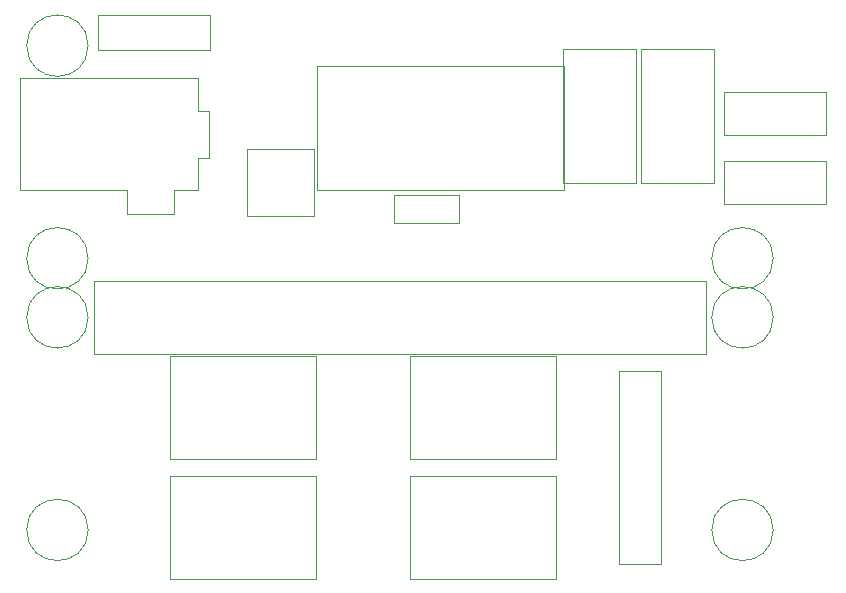
<source format=gbr>
G04 #@! TF.FileFunction,Other,User*
%FSLAX46Y46*%
G04 Gerber Fmt 4.6, Leading zero omitted, Abs format (unit mm)*
G04 Created by KiCad (PCBNEW 4.0.7) date 2017 October 09, Monday 22:10:02*
%MOMM*%
%LPD*%
G01*
G04 APERTURE LIST*
%ADD10C,0.100000*%
%ADD11C,0.050000*%
G04 APERTURE END LIST*
D10*
D11*
X171980000Y-86890000D02*
X171980000Y-78240000D01*
X171980000Y-78240000D02*
X159630000Y-78240000D01*
X159630000Y-78240000D02*
X159630000Y-86890000D01*
X159630000Y-86890000D02*
X171980000Y-86890000D01*
X161940000Y-44776000D02*
X161940000Y-44526000D01*
X161940000Y-44526000D02*
X146940000Y-44526000D01*
X161940000Y-44776000D02*
X161940000Y-47276000D01*
X161940000Y-47276000D02*
X162940000Y-47276000D01*
X162940000Y-47276000D02*
X162940000Y-51276000D01*
X162940000Y-51276000D02*
X161940000Y-51276000D01*
X161940000Y-51276000D02*
X161940000Y-54026000D01*
X161940000Y-54026000D02*
X159940000Y-54026000D01*
X159940000Y-54026000D02*
X159940000Y-56026000D01*
X159940000Y-56026000D02*
X155940000Y-56026000D01*
X155940000Y-56026000D02*
X155940000Y-54026000D01*
X155940000Y-54026000D02*
X146940000Y-54026000D01*
X146940000Y-54026000D02*
X146940000Y-44526000D01*
X210670000Y-59770000D02*
G75*
G03X210670000Y-59770000I-2600000J0D01*
G01*
X166080000Y-50490000D02*
X166080000Y-56190000D01*
X166080000Y-56190000D02*
X171780000Y-56190000D01*
X171780000Y-56190000D02*
X171780000Y-50490000D01*
X171780000Y-50490000D02*
X166080000Y-50490000D01*
X199496000Y-42054000D02*
X199496000Y-53404000D01*
X199496000Y-53404000D02*
X205646000Y-53404000D01*
X205646000Y-53404000D02*
X205646000Y-42054000D01*
X199496000Y-42054000D02*
X205646000Y-42054000D01*
X206480000Y-55140000D02*
X215130000Y-55140000D01*
X215130000Y-55140000D02*
X215130000Y-51540000D01*
X215130000Y-51540000D02*
X206480000Y-51540000D01*
X206480000Y-51540000D02*
X206480000Y-55140000D01*
X201190000Y-85620000D02*
X201190000Y-69320000D01*
X201190000Y-69320000D02*
X197590000Y-69320000D01*
X197590000Y-69320000D02*
X197590000Y-85620000D01*
X197590000Y-85620000D02*
X201190000Y-85620000D01*
X205000000Y-61700000D02*
X153150000Y-61700000D01*
X153150000Y-61700000D02*
X153150000Y-67850000D01*
X153150000Y-67850000D02*
X205000000Y-67850000D01*
X205000000Y-67850000D02*
X205000000Y-61700000D01*
X192892000Y-42054000D02*
X192892000Y-53404000D01*
X192892000Y-53404000D02*
X199042000Y-53404000D01*
X199042000Y-53404000D02*
X199042000Y-42054000D01*
X192892000Y-42054000D02*
X199042000Y-42054000D01*
X171980000Y-76730000D02*
X171980000Y-68080000D01*
X171980000Y-68080000D02*
X159630000Y-68080000D01*
X159630000Y-68080000D02*
X159630000Y-76730000D01*
X159630000Y-76730000D02*
X171980000Y-76730000D01*
X192300000Y-76730000D02*
X192300000Y-68080000D01*
X192300000Y-68080000D02*
X179950000Y-68080000D01*
X179950000Y-68080000D02*
X179950000Y-76730000D01*
X179950000Y-76730000D02*
X192300000Y-76730000D01*
X192300000Y-86890000D02*
X192300000Y-78240000D01*
X192300000Y-78240000D02*
X179950000Y-78240000D01*
X179950000Y-78240000D02*
X179950000Y-86890000D01*
X179950000Y-86890000D02*
X192300000Y-86890000D01*
X206480000Y-49298000D02*
X215130000Y-49298000D01*
X215130000Y-49298000D02*
X215130000Y-45698000D01*
X215130000Y-45698000D02*
X206480000Y-45698000D01*
X206480000Y-45698000D02*
X206480000Y-49298000D01*
X153492000Y-39140000D02*
X153492000Y-42140000D01*
X153492000Y-42140000D02*
X162992000Y-42140000D01*
X162992000Y-42140000D02*
X162992000Y-39140000D01*
X162992000Y-39140000D02*
X153492000Y-39140000D01*
X178606000Y-54426000D02*
X178606000Y-56826000D01*
X178606000Y-56826000D02*
X184106000Y-56826000D01*
X184106000Y-56826000D02*
X184106000Y-54426000D01*
X184106000Y-54426000D02*
X178606000Y-54426000D01*
X192938000Y-43518000D02*
X172078000Y-43518000D01*
X172078000Y-43518000D02*
X172078000Y-54018000D01*
X172078000Y-54018000D02*
X192938000Y-54018000D01*
X192938000Y-54018000D02*
X192938000Y-43518000D01*
X152670000Y-64770000D02*
G75*
G03X152670000Y-64770000I-2600000J0D01*
G01*
X152670000Y-82770000D02*
G75*
G03X152670000Y-82770000I-2600000J0D01*
G01*
X152670000Y-59770000D02*
G75*
G03X152670000Y-59770000I-2600000J0D01*
G01*
X152670000Y-41770000D02*
G75*
G03X152670000Y-41770000I-2600000J0D01*
G01*
X210670000Y-64770000D02*
G75*
G03X210670000Y-64770000I-2600000J0D01*
G01*
X210670000Y-82770000D02*
G75*
G03X210670000Y-82770000I-2600000J0D01*
G01*
M02*

</source>
